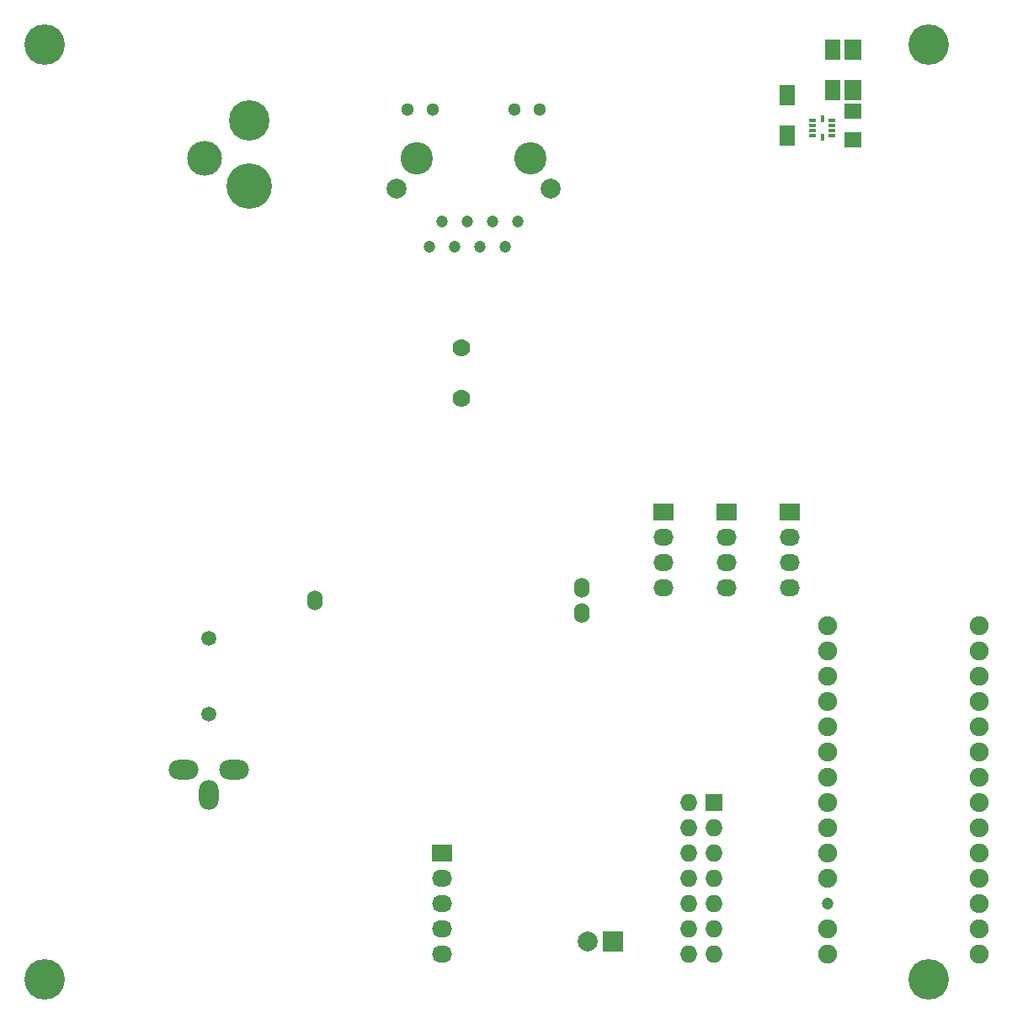
<source format=gbs>
G04 #@! TF.FileFunction,Soldermask,Bot*
%FSLAX46Y46*%
G04 Gerber Fmt 4.6, Leading zero omitted, Abs format (unit mm)*
G04 Created by KiCad (PCBNEW 4.0.2-stable) date 5/29/2016 8:13:19 PM*
%MOMM*%
G01*
G04 APERTURE LIST*
%ADD10C,0.127000*%
%ADD11C,1.900000*%
%ADD12C,1.200000*%
%ADD13O,1.524000X2.032000*%
%ADD14O,1.998980X2.999740*%
%ADD15O,2.999740X1.998980*%
%ADD16R,2.000000X2.000000*%
%ADD17C,2.000000*%
%ADD18R,2.032000X1.727200*%
%ADD19O,2.032000X1.727200*%
%ADD20R,1.727200X1.727200*%
%ADD21O,1.727200X1.727200*%
%ADD22C,1.500000*%
%ADD23C,3.250000*%
%ADD24C,1.300000*%
%ADD25C,1.778000*%
%ADD26R,1.600000X2.000000*%
%ADD27R,1.800860X1.597660*%
%ADD28R,1.700000X2.000000*%
%ADD29R,0.300000X0.800000*%
%ADD30R,0.800000X0.300000*%
%ADD31O,4.572000X4.572000*%
%ADD32O,4.064000X4.064000*%
%ADD33O,3.500120X3.500120*%
%ADD34C,4.064000*%
G04 APERTURE END LIST*
D10*
D11*
X137160000Y-170180000D03*
X137160000Y-167640000D03*
X137160000Y-165100000D03*
X137160000Y-162560000D03*
X137160000Y-160020000D03*
X137160000Y-157480000D03*
X137160000Y-154940000D03*
X137160000Y-152400000D03*
X137160000Y-149860000D03*
X137160000Y-147320000D03*
X137160000Y-144780000D03*
X137160000Y-142240000D03*
X137160000Y-139700000D03*
X121920000Y-139700000D03*
X121920000Y-142240000D03*
X121920000Y-144780000D03*
X121920000Y-147320000D03*
X121920000Y-149860000D03*
X121920000Y-152400000D03*
X121920000Y-154940000D03*
X121920000Y-157480000D03*
X121920000Y-160020000D03*
X121920000Y-162560000D03*
X121920000Y-165100000D03*
D12*
X121920000Y-167640000D03*
D11*
X121920000Y-170180000D03*
X121920000Y-172720000D03*
X137160000Y-172720000D03*
D13*
X97269300Y-135890000D03*
X70370700Y-137160000D03*
X97269300Y-138430000D03*
D14*
X59690000Y-156718000D03*
D15*
X62230000Y-154178000D03*
X57150000Y-154178000D03*
D16*
X100330000Y-171450000D03*
D17*
X97790000Y-171450000D03*
D18*
X118110000Y-128270000D03*
D19*
X118110000Y-130810000D03*
X118110000Y-133350000D03*
X118110000Y-135890000D03*
D18*
X105410000Y-128270000D03*
D19*
X105410000Y-130810000D03*
X105410000Y-133350000D03*
X105410000Y-135890000D03*
D18*
X111760000Y-128270000D03*
D19*
X111760000Y-130810000D03*
X111760000Y-133350000D03*
X111760000Y-135890000D03*
D20*
X110490000Y-157480000D03*
D21*
X107950000Y-157480000D03*
X110490000Y-160020000D03*
X107950000Y-160020000D03*
X110490000Y-162560000D03*
X107950000Y-162560000D03*
X110490000Y-165100000D03*
X107950000Y-165100000D03*
X110490000Y-167640000D03*
X107950000Y-167640000D03*
X110490000Y-170180000D03*
X107950000Y-170180000D03*
X110490000Y-172720000D03*
X107950000Y-172720000D03*
D22*
X59690000Y-148580000D03*
X59690000Y-140980000D03*
D18*
X83185000Y-162560000D03*
D19*
X83185000Y-165100000D03*
X83185000Y-167640000D03*
X83185000Y-170180000D03*
X83185000Y-172720000D03*
D23*
X80645000Y-92710000D03*
X92075000Y-92710000D03*
D17*
X94105000Y-95760000D03*
X78615000Y-95760000D03*
D12*
X86995000Y-101600000D03*
X84455000Y-101600000D03*
X81915000Y-101600000D03*
X89535000Y-101600000D03*
X90805000Y-99060000D03*
X88265000Y-99060000D03*
X85725000Y-99060000D03*
X83185000Y-99060000D03*
D24*
X79735000Y-87810000D03*
X82275000Y-87810000D03*
X92985000Y-87810000D03*
X90445000Y-87810000D03*
D25*
X85090000Y-111760000D03*
X85090000Y-116840000D03*
D26*
X117856000Y-90392000D03*
X117856000Y-86392000D03*
X122428000Y-85820000D03*
X122428000Y-81820000D03*
D27*
X124460000Y-87988140D03*
X124460000Y-90827860D03*
D28*
X124460000Y-85820000D03*
X124460000Y-81820000D03*
D29*
X121412000Y-90608000D03*
D30*
X120462000Y-90408000D03*
X122362000Y-90408000D03*
X120462000Y-89908000D03*
X122362000Y-89908000D03*
X120462000Y-89408000D03*
X122362000Y-89408000D03*
X120462000Y-88908000D03*
X122362000Y-88908000D03*
D29*
X121412000Y-88708000D03*
D31*
X63754000Y-95504000D03*
D32*
X63754000Y-88900000D03*
D33*
X59309000Y-92710000D03*
D34*
X43180000Y-81280000D03*
X43180000Y-175260000D03*
X132080000Y-81280000D03*
X132080000Y-175260000D03*
M02*

</source>
